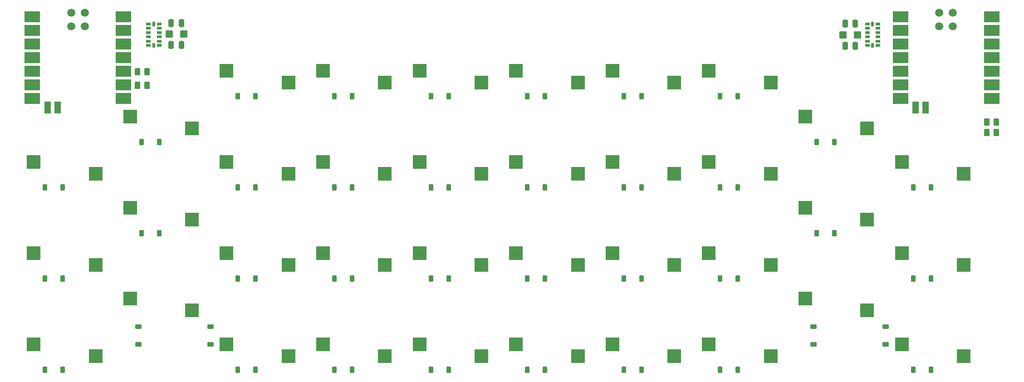
<source format=gbr>
%TF.GenerationSoftware,KiCad,Pcbnew,7.0.2-0*%
%TF.CreationDate,2024-08-06T11:42:49-04:00*%
%TF.ProjectId,PCB,5043422e-6b69-4636-9164-5f7063625858,rev?*%
%TF.SameCoordinates,Original*%
%TF.FileFunction,Paste,Bot*%
%TF.FilePolarity,Positive*%
%FSLAX46Y46*%
G04 Gerber Fmt 4.6, Leading zero omitted, Abs format (unit mm)*
G04 Created by KiCad (PCBNEW 7.0.2-0) date 2024-08-06 11:42:49*
%MOMM*%
%LPD*%
G01*
G04 APERTURE LIST*
G04 Aperture macros list*
%AMRoundRect*
0 Rectangle with rounded corners*
0 $1 Rounding radius*
0 $2 $3 $4 $5 $6 $7 $8 $9 X,Y pos of 4 corners*
0 Add a 4 corners polygon primitive as box body*
4,1,4,$2,$3,$4,$5,$6,$7,$8,$9,$2,$3,0*
0 Add four circle primitives for the rounded corners*
1,1,$1+$1,$2,$3*
1,1,$1+$1,$4,$5*
1,1,$1+$1,$6,$7*
1,1,$1+$1,$8,$9*
0 Add four rect primitives between the rounded corners*
20,1,$1+$1,$2,$3,$4,$5,0*
20,1,$1+$1,$4,$5,$6,$7,0*
20,1,$1+$1,$6,$7,$8,$9,0*
20,1,$1+$1,$8,$9,$2,$3,0*%
G04 Aperture macros list end*
%ADD10R,2.600000X2.600000*%
%ADD11RoundRect,0.225000X0.225000X0.375000X-0.225000X0.375000X-0.225000X-0.375000X0.225000X-0.375000X0*%
%ADD12RoundRect,0.225000X0.375000X-0.225000X0.375000X0.225000X-0.375000X0.225000X-0.375000X-0.225000X0*%
%ADD13RoundRect,0.250000X-0.450000X-0.425000X0.450000X-0.425000X0.450000X0.425000X-0.450000X0.425000X0*%
%ADD14RoundRect,0.250000X-0.250000X-0.475000X0.250000X-0.475000X0.250000X0.475000X-0.250000X0.475000X0*%
%ADD15R,0.920000X0.610000*%
%ADD16R,0.610000X0.920000*%
%ADD17RoundRect,0.250000X0.250000X0.475000X-0.250000X0.475000X-0.250000X-0.475000X0.250000X-0.475000X0*%
%ADD18R,3.000000X2.000000*%
%ADD19C,1.500000*%
%ADD20R,1.300000X2.300000*%
%ADD21RoundRect,0.250000X0.450000X0.425000X-0.450000X0.425000X-0.450000X-0.425000X0.450000X-0.425000X0*%
%ADD22RoundRect,0.250000X-0.262500X-0.450000X0.262500X-0.450000X0.262500X0.450000X-0.262500X0.450000X0*%
%ADD23RoundRect,0.250000X0.262500X0.450000X-0.262500X0.450000X-0.262500X-0.450000X0.262500X-0.450000X0*%
G04 APERTURE END LIST*
D10*
%TO.C,MX12*%
X57275000Y-82450000D03*
X45725000Y-80250000D03*
%TD*%
%TO.C,MX6*%
X39275000Y-73950000D03*
X27725000Y-71750000D03*
%TD*%
%TO.C,MX15*%
X111275000Y-73950000D03*
X99725000Y-71750000D03*
%TD*%
%TO.C,MX31*%
X183275000Y-82450000D03*
X171725000Y-80250000D03*
%TD*%
%TO.C,MX27*%
X165275000Y-56950000D03*
X153725000Y-54750000D03*
%TD*%
%TO.C,MX5*%
X111275000Y-39950000D03*
X99725000Y-37750000D03*
%TD*%
%TO.C,MX11*%
X39275000Y-90950000D03*
X27725000Y-88750000D03*
%TD*%
%TO.C,MX29*%
X129275000Y-56950000D03*
X117725000Y-54750000D03*
%TD*%
%TO.C,MX16*%
X75275000Y-90950000D03*
X63725000Y-88750000D03*
%TD*%
%TO.C,MX2*%
X57275000Y-48450000D03*
X45725000Y-46250000D03*
%TD*%
%TO.C,MX10*%
X111275000Y-56950000D03*
X99725000Y-54750000D03*
%TD*%
%TO.C,MX30*%
X201275000Y-90950000D03*
X189725000Y-88750000D03*
%TD*%
%TO.C,MX34*%
X129275000Y-73950000D03*
X117725000Y-71750000D03*
%TD*%
%TO.C,MX3*%
X75275000Y-39950000D03*
X63725000Y-37750000D03*
%TD*%
%TO.C,MX21*%
X183275000Y-48450000D03*
X171725000Y-46250000D03*
%TD*%
%TO.C,MX20*%
X201275000Y-56950000D03*
X189725000Y-54750000D03*
%TD*%
%TO.C,MX7*%
X57275000Y-65450000D03*
X45725000Y-63250000D03*
%TD*%
%TO.C,MX32*%
X165275000Y-73950000D03*
X153725000Y-71750000D03*
%TD*%
%TO.C,MX13*%
X75275000Y-73950000D03*
X63725000Y-71750000D03*
%TD*%
%TO.C,MX35*%
X165275000Y-90950000D03*
X153725000Y-88750000D03*
%TD*%
%TO.C,MX33*%
X147275000Y-73950000D03*
X135725000Y-71750000D03*
%TD*%
%TO.C,MX25*%
X201275000Y-73950000D03*
X189725000Y-71750000D03*
%TD*%
%TO.C,MX14*%
X93275000Y-73950000D03*
X81725000Y-71750000D03*
%TD*%
%TO.C,MX1*%
X39275000Y-56950000D03*
X27725000Y-54750000D03*
%TD*%
%TO.C,MX8*%
X75275000Y-56950000D03*
X63725000Y-54750000D03*
%TD*%
%TO.C,MX37*%
X129275000Y-90950000D03*
X117725000Y-88750000D03*
%TD*%
%TO.C,MX28*%
X147275000Y-56950000D03*
X135725000Y-54750000D03*
%TD*%
%TO.C,MX9*%
X93275000Y-56950000D03*
X81725000Y-54750000D03*
%TD*%
%TO.C,MX23*%
X147275000Y-39950000D03*
X135725000Y-37750000D03*
%TD*%
%TO.C,MX36*%
X147275000Y-90950000D03*
X135725000Y-88750000D03*
%TD*%
%TO.C,MX17*%
X93275000Y-90950000D03*
X81725000Y-88750000D03*
%TD*%
%TO.C,MX18*%
X111275000Y-90950000D03*
X99725000Y-88750000D03*
%TD*%
%TO.C,MX4*%
X93275000Y-39950000D03*
X81725000Y-37750000D03*
%TD*%
%TO.C,MX24*%
X129275000Y-39950000D03*
X117725000Y-37750000D03*
%TD*%
%TO.C,MX22*%
X165275000Y-39950000D03*
X153725000Y-37750000D03*
%TD*%
%TO.C,MX26*%
X183275000Y-65450000D03*
X171725000Y-63250000D03*
%TD*%
D11*
%TO.C,D36*%
X137850000Y-93500000D03*
X141150000Y-93500000D03*
%TD*%
%TO.C,D8*%
X69150000Y-59500000D03*
X65850000Y-59500000D03*
%TD*%
%TO.C,D25*%
X195150000Y-76500000D03*
X191850000Y-76500000D03*
%TD*%
%TO.C,D27*%
X159150000Y-59500000D03*
X155850000Y-59500000D03*
%TD*%
D12*
%TO.C,D12*%
X47250000Y-88775000D03*
X47250000Y-85475000D03*
%TD*%
D11*
%TO.C,D1*%
X33150000Y-59500000D03*
X29850000Y-59500000D03*
%TD*%
D13*
%TO.C,C6*%
X178800000Y-31050000D03*
X181500000Y-31050000D03*
%TD*%
D11*
%TO.C,D6*%
X29850000Y-76500000D03*
X33150000Y-76500000D03*
%TD*%
%TO.C,D9*%
X87150000Y-59500000D03*
X83850000Y-59500000D03*
%TD*%
%TO.C,D24*%
X123150000Y-42500000D03*
X119850000Y-42500000D03*
%TD*%
D12*
%TO.C,D38*%
X173250000Y-88775000D03*
X173250000Y-85475000D03*
%TD*%
D11*
%TO.C,D35*%
X155850000Y-93500000D03*
X159150000Y-93500000D03*
%TD*%
%TO.C,D20*%
X195150000Y-59500000D03*
X191850000Y-59500000D03*
%TD*%
D14*
%TO.C,C5*%
X179150000Y-28950000D03*
X181050000Y-28950000D03*
%TD*%
D15*
%TO.C,U1*%
X49155000Y-32988000D03*
X49155000Y-32188000D03*
X49155000Y-31388000D03*
X49155000Y-30588000D03*
X49155000Y-29788000D03*
X49155000Y-28988000D03*
D16*
X50165000Y-28978000D03*
D15*
X51175000Y-28988000D03*
X51175000Y-29788000D03*
X51175000Y-30588000D03*
X51175000Y-31388000D03*
X51175000Y-32188000D03*
X51175000Y-32988000D03*
D16*
X50165000Y-32998000D03*
%TD*%
D11*
%TO.C,D28*%
X141150000Y-59500000D03*
X137850000Y-59500000D03*
%TD*%
D12*
%TO.C,D19*%
X60750000Y-88775000D03*
X60750000Y-85475000D03*
%TD*%
D11*
%TO.C,D13*%
X69150000Y-76500000D03*
X65850000Y-76500000D03*
%TD*%
%TO.C,D23*%
X141150000Y-42500000D03*
X137850000Y-42500000D03*
%TD*%
D17*
%TO.C,C2*%
X55306000Y-28829000D03*
X53406000Y-28829000D03*
%TD*%
D11*
%TO.C,D3*%
X69150000Y-42500000D03*
X65850000Y-42500000D03*
%TD*%
D18*
%TO.C,U2*%
X44500000Y-27675000D03*
X44500000Y-30215000D03*
X44500000Y-32755000D03*
X44500000Y-35295000D03*
X44500000Y-37835000D03*
X44500000Y-40375000D03*
X44500000Y-42915000D03*
X27500000Y-42915000D03*
X27500000Y-40375000D03*
X27500000Y-37835000D03*
X27500000Y-35295000D03*
X27500000Y-32755000D03*
X27500000Y-30215000D03*
X27500000Y-27675000D03*
D19*
X37270000Y-26905000D03*
X34730000Y-26905000D03*
X37270000Y-29445000D03*
X34730000Y-29445000D03*
D20*
X32200000Y-44545000D03*
X30300000Y-44545000D03*
%TD*%
D11*
%TO.C,D17*%
X83850000Y-93500000D03*
X87150000Y-93500000D03*
%TD*%
D21*
%TO.C,C3*%
X55706000Y-30861000D03*
X53006000Y-30861000D03*
%TD*%
D11*
%TO.C,D15*%
X105150000Y-76500000D03*
X101850000Y-76500000D03*
%TD*%
D22*
%TO.C,R3*%
X205587500Y-49250000D03*
X207412500Y-49250000D03*
%TD*%
D23*
%TO.C,R2*%
X48918500Y-37846000D03*
X47093500Y-37846000D03*
%TD*%
D11*
%TO.C,D34*%
X123150000Y-76500000D03*
X119850000Y-76500000D03*
%TD*%
D18*
%TO.C,U4*%
X206500000Y-27675000D03*
X206500000Y-30215000D03*
X206500000Y-32755000D03*
X206500000Y-35295000D03*
X206500000Y-37835000D03*
X206500000Y-40375000D03*
X206500000Y-42915000D03*
X189500000Y-42915000D03*
X189500000Y-40375000D03*
X189500000Y-37835000D03*
X189500000Y-35295000D03*
X189500000Y-32755000D03*
X189500000Y-30215000D03*
X189500000Y-27675000D03*
D19*
X199270000Y-26905000D03*
X196730000Y-26905000D03*
X199270000Y-29445000D03*
X196730000Y-29445000D03*
D20*
X194200000Y-44545000D03*
X192300000Y-44545000D03*
%TD*%
D11*
%TO.C,D32*%
X159150000Y-76500000D03*
X155850000Y-76500000D03*
%TD*%
%TO.C,D18*%
X101850000Y-93500000D03*
X105150000Y-93500000D03*
%TD*%
%TO.C,D4*%
X87150000Y-42500000D03*
X83850000Y-42500000D03*
%TD*%
%TO.C,D21*%
X177150000Y-51000000D03*
X173850000Y-51000000D03*
%TD*%
%TO.C,D29*%
X123150000Y-59500000D03*
X119850000Y-59500000D03*
%TD*%
%TO.C,D16*%
X65850000Y-93500000D03*
X69150000Y-93500000D03*
%TD*%
%TO.C,D33*%
X141150000Y-76500000D03*
X137850000Y-76500000D03*
%TD*%
D15*
%TO.C,U3*%
X185310000Y-28988000D03*
X185310000Y-29788000D03*
X185310000Y-30588000D03*
X185310000Y-31388000D03*
X185310000Y-32188000D03*
X185310000Y-32988000D03*
D16*
X184300000Y-32998000D03*
D15*
X183290000Y-32988000D03*
X183290000Y-32188000D03*
X183290000Y-31388000D03*
X183290000Y-30588000D03*
X183290000Y-29788000D03*
X183290000Y-28988000D03*
D16*
X184300000Y-28978000D03*
%TD*%
D11*
%TO.C,D30*%
X191850000Y-93500000D03*
X195150000Y-93500000D03*
%TD*%
%TO.C,D7*%
X51150000Y-68000000D03*
X47850000Y-68000000D03*
%TD*%
D23*
%TO.C,R1*%
X48918500Y-40386000D03*
X47093500Y-40386000D03*
%TD*%
D11*
%TO.C,D37*%
X119850000Y-93500000D03*
X123150000Y-93500000D03*
%TD*%
%TO.C,D11*%
X29850000Y-93500000D03*
X33150000Y-93500000D03*
%TD*%
D14*
%TO.C,C4*%
X179150000Y-33100000D03*
X181050000Y-33100000D03*
%TD*%
D11*
%TO.C,D2*%
X51150000Y-51000000D03*
X47850000Y-51000000D03*
%TD*%
D22*
%TO.C,R4*%
X205587500Y-47300000D03*
X207412500Y-47300000D03*
%TD*%
D11*
%TO.C,D26*%
X173850000Y-68000000D03*
X177150000Y-68000000D03*
%TD*%
%TO.C,D22*%
X159150000Y-42500000D03*
X155850000Y-42500000D03*
%TD*%
%TO.C,D5*%
X105150000Y-42500000D03*
X101850000Y-42500000D03*
%TD*%
%TO.C,D10*%
X105150000Y-59500000D03*
X101850000Y-59500000D03*
%TD*%
%TO.C,D14*%
X87150000Y-76500000D03*
X83850000Y-76500000D03*
%TD*%
D12*
%TO.C,D31*%
X186750000Y-88775000D03*
X186750000Y-85475000D03*
%TD*%
D17*
%TO.C,C1*%
X55306000Y-32893000D03*
X53406000Y-32893000D03*
%TD*%
M02*

</source>
